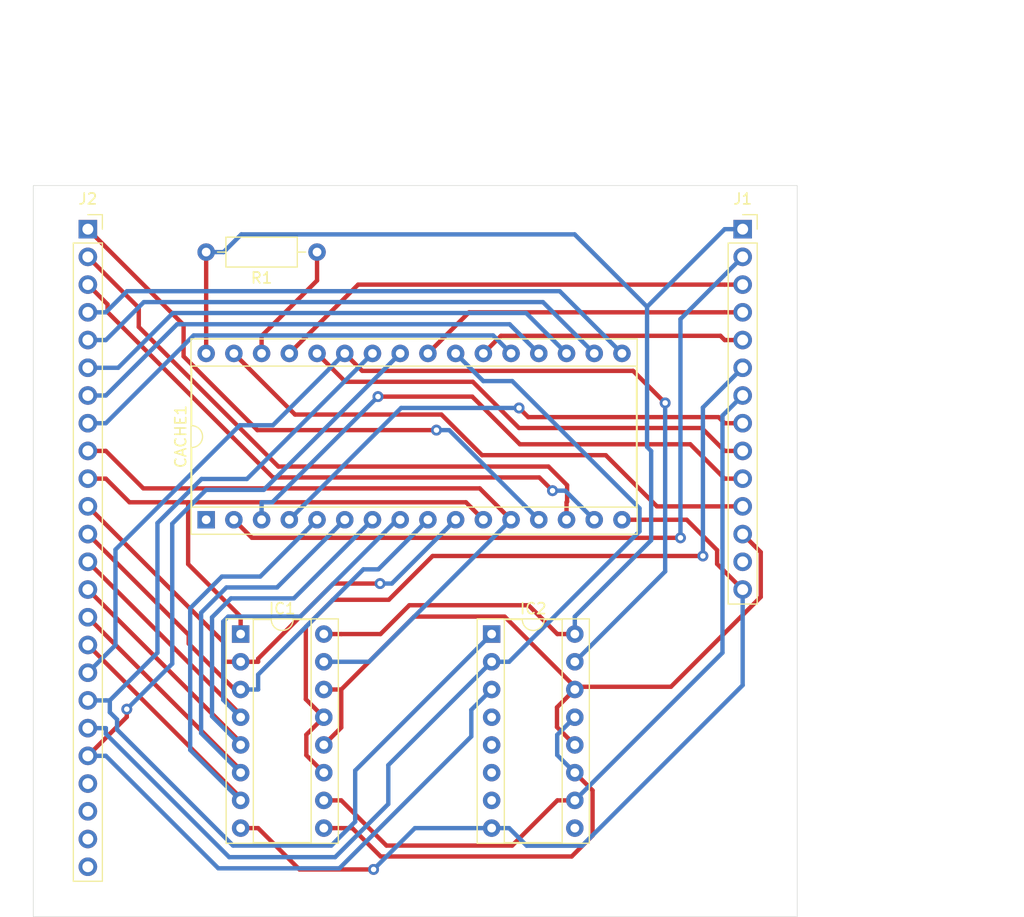
<source format=kicad_pcb>
(kicad_pcb (version 20221018) (generator pcbnew)
  (layers (0 "F.Cu" signal) (31 "B.Cu" signal) (34 "B.Paste" user) (35 "F.Paste" user) (36 "B.SilkS" user "B.Silkscreen") (37 "F.SilkS" user "F.Silkscreen") (38 "B.Mask" user) (39 "F.Mask" user) (44 "Edge.Cuts" user))
  (net 0 "")
  (net 2 "/IOCACHE-128K_ZXspectrum/CACHE_CONTROL.A16")
  (net 3 "/IOCACHE-128K_ZXspectrum/CACHE_SEL_2")
  (net 4 "/IOCACHE-128K_ZXspectrum/CACHE_SEL_0")
  (net 5 "/IOCACHE-128K_ZXspectrum/LOCAL_A7")
  (net 6 "/IOCACHE-128K_ZXspectrum/LOCAL_A6")
  (net 7 "/IOCACHE-128K_ZXspectrum/LOCAL_A5")
  (net 8 "/IOCACHE-128K_ZXspectrum/LOCAL_A4")
  (net 9 "/IOCACHE-128K_ZXspectrum/LOCAL_A3")
  (net 10 "/IOCACHE-128K_ZXspectrum/LOCAL_A2")
  (net 11 "/IOCACHE-128K_ZXspectrum/LOCAL_A1")
  (net 12 "/IOCACHE-128K_ZXspectrum/LOCAL_A0")
  (net 13 "/IOCACHE-128K_ZXspectrum/LOCAL_D0")
  (net 14 "/IOCACHE-128K_ZXspectrum/LOCAL_D1")
  (net 15 "/IOCACHE-128K_ZXspectrum/LOCAL_D2")
  (net 16 "GND")
  (net 17 "/IOCACHE-128K_ZXspectrum/LOCAL_D3")
  (net 18 "/IOCACHE-128K_ZXspectrum/LOCAL_D4")
  (net 19 "/IOCACHE-128K_ZXspectrum/LOCAL_D5")
  (net 20 "/IOCACHE-128K_ZXspectrum/LOCAL_D6")
  (net 21 "/IOCACHE-128K_ZXspectrum/LOCAL_D7")
  (net 22 "/IOCACHE-128K_ZXspectrum/CACHE_CONTROL.CS")
  (net 23 "/IOCACHE-128K_ZXspectrum/LOCAL_A10")
  (net 24 "/IOCACHE-128K_ZXspectrum/CACHE_CONTROL.OE")
  (net 25 "/IOCACHE-128K_ZXspectrum/LOCAL_A11")
  (net 26 "/IOCACHE-128K_ZXspectrum/LOCAL_A9")
  (net 27 "/IOCACHE-128K_ZXspectrum/LOCAL_A8")
  (net 28 "/IOCACHE-128K_ZXspectrum/CACHE_SEL_1")
  (net 29 "/IOCACHE-128K_ZXspectrum/CACHE_CONTROL.WE")
  (net 30 "/IOCACHE-128K_ZXspectrum/CACHE_CE2")
  (net 31 "/IOCACHE-128K_ZXspectrum/CACHE_SEL_3")
  (net 32 "+5V")
  (net 33 "Net-(IC1-~{RCO})")
  (net 34 "/IOCACHE-128K_ZXspectrum/Z80_HARDLOCK")
  (net 35 "/IOCACHE-128K_ZXspectrum/CACHE_CONTROL.DATASTATUS+PERM_Z80_IORQ")
  (net 36 "/IOCACHE-128K_ZXspectrum/CACHE_DATASTATUS")
  (net 43 "/IOCACHE-128K_ZXspectrum/LOCAL_A12")
  (net 44 "/IOCACHE-128K_ZXspectrum/LOCAL_A13")
  (net 45 "/IOCACHE-128K_ZXspectrum/LOCAL_A14")
  (net 46 "/IOCACHE-128K_ZXspectrum/LOCAL_A15")
  (footprint "Connector_PinSocket_2.54mm:PinSocket_1x14_P2.54mm_Vertical" (layer "F.Cu") (at 179 67)
    (fp_text reference "J1" (at 0 -2.77) (layer "F.SilkS"))
    (fp_text value "Conn_01x14_Socket")
    (fp_line (start -1.33 1.27) (end -1.33 34.35) (stroke (width 0.12)) (layer "F.SilkS"))
    (fp_line (start -1.33 1.27) (end 1.33 1.27) (stroke (width 0.12)) (layer "F.SilkS"))
    (fp_line (start -1.33 34.35) (end 1.33 34.35) (stroke (width 0.12)) (layer "F.SilkS"))
    (fp_line (start 0 -1.33) (end 1.33 -1.33) (stroke (width 0.12)) (layer "F.SilkS"))
    (fp_line (start 1.33 -1.33) (end 1.33 0) (stroke (width 0.12)) (layer "F.SilkS"))
    (fp_line (start 1.33 1.27) (end 1.33 34.35) (stroke (width 0.12)) (layer "F.SilkS"))
    (pad "1" thru_hole rect (at 0 0) (size 1.7 1.7) (drill 1) (layers "*.Cu" "*.Mask") (net 32 "+5V"))
    (pad "2" thru_hole oval (at 0 2.54) (size 1.7 1.7) (drill 1) (layers "*.Cu" "*.Mask") (net 2 "/IOCACHE-128K_ZXspectrum/CACHE_CONTROL.A16"))
    (pad "3" thru_hole oval (at 0 5.08) (size 1.7 1.7) (drill 1) (layers "*.Cu" "*.Mask") (net 29 "/IOCACHE-128K_ZXspectrum/CACHE_CONTROL.WE"))
    (pad "4" thru_hole oval (at 0 7.62) (size 1.7 1.7) (drill 1) (layers "*.Cu" "*.Mask") (net 24 "/IOCACHE-128K_ZXspectrum/CACHE_CONTROL.OE"))
    (pad "5" thru_hole oval (at 0 10.16) (size 1.7 1.7) (drill 1) (layers "*.Cu" "*.Mask") (net 22 "/IOCACHE-128K_ZXspectrum/CACHE_CONTROL.CS"))
    (pad "6" thru_hole oval (at 0 12.7) (size 1.7 1.7) (drill 1) (layers "*.Cu" "*.Mask") (net 35 "/IOCACHE-128K_ZXspectrum/CACHE_CONTROL.DATASTATUS+PERM_Z80_IORQ"))
    (pad "7" thru_hole oval (at 0 15.24) (size 1.7 1.7) (drill 1) (layers "*.Cu" "*.Mask") (net 34 "/IOCACHE-128K_ZXspectrum/Z80_HARDLOCK"))
    (pad "8" thru_hole oval (at 0 17.78) (size 1.7 1.7) (drill 1) (layers "*.Cu" "*.Mask") (net 4 "/IOCACHE-128K_ZXspectrum/CACHE_SEL_0"))
    (pad "9" thru_hole oval (at 0 20.32) (size 1.7 1.7) (drill 1) (layers "*.Cu" "*.Mask") (net 28 "/IOCACHE-128K_ZXspectrum/CACHE_SEL_1"))
    (pad "10" thru_hole oval (at 0 22.86) (size 1.7 1.7) (drill 1) (layers "*.Cu" "*.Mask") (net 3 "/IOCACHE-128K_ZXspectrum/CACHE_SEL_2"))
    (pad "11" thru_hole oval (at 0 25.4) (size 1.7 1.7) (drill 1) (layers "*.Cu" "*.Mask") (net 31 "/IOCACHE-128K_ZXspectrum/CACHE_SEL_3"))
    (pad "12" thru_hole oval (at 0 27.94) (size 1.7 1.7) (drill 1) (layers "*.Cu" "*.Mask") (net 36 "/IOCACHE-128K_ZXspectrum/CACHE_DATASTATUS"))
    (pad "13" thru_hole oval (at 0 30.48) (size 1.7 1.7) (drill 1) (layers "*.Cu" "*.Mask"))
    (pad "14" thru_hole oval (at 0 33.02) (size 1.7 1.7) (drill 1) (layers "*.Cu" "*.Mask") (net 16 "GND"))
  )
  (footprint "Package_DIP:DIP-16_W7.62mm_Socket" (layer "F.Cu") (at 133 104.1)
    (fp_text reference "IC1" (at 3.81 -2.33) (layer "F.SilkS"))
    (fp_text value "74HC590N")
    (fp_line (start -1.33 -1.39) (end -1.33 19.17) (stroke (width 0.12)) (layer "F.SilkS"))
    (fp_line (start -1.33 19.17) (end 8.95 19.17) (stroke (width 0.12)) (layer "F.SilkS"))
    (fp_line (start 1.16 -1.33) (end 1.16 19.11) (stroke (width 0.12)) (layer "F.SilkS"))
    (fp_line (start 1.16 19.11) (end 6.46 19.11) (stroke (width 0.12)) (layer "F.SilkS"))
    (fp_line (start 2.81 -1.33) (end 1.16 -1.33) (stroke (width 0.12)) (layer "F.SilkS"))
    (fp_line (start 6.46 -1.33) (end 4.81 -1.33) (stroke (width 0.12)) (layer "F.SilkS"))
    (fp_line (start 6.46 19.11) (end 6.46 -1.33) (stroke (width 0.12)) (layer "F.SilkS"))
    (fp_line (start 8.95 -1.39) (end -1.33 -1.39) (stroke (width 0.12)) (layer "F.SilkS"))
    (fp_line (start 8.95 19.17) (end 8.95 -1.39) (stroke (width 0.12)) (layer "F.SilkS"))
    (fp_arc (start 4.81 -1.33) (mid 3.81 -0.33) (end 2.81 -1.33) (stroke (width 0.12)) (layer "F.SilkS"))
    (pad "1" thru_hole rect (at 0 0) (size 1.6 1.6) (drill 0.8) (layers "*.Cu" "*.Mask") (net 11 "/IOCACHE-128K_ZXspectrum/LOCAL_A1"))
    (pad "2" thru_hole oval (at 0 2.54) (size 1.6 1.6) (drill 0.8) (layers "*.Cu" "*.Mask") (net 10 "/IOCACHE-128K_ZXspectrum/LOCAL_A2"))
    (pad "3" thru_hole oval (at 0 5.08) (size 1.6 1.6) (drill 0.8) (layers "*.Cu" "*.Mask") (net 9 "/IOCACHE-128K_ZXspectrum/LOCAL_A3"))
    (pad "4" thru_hole oval (at 0 7.62) (size 1.6 1.6) (drill 0.8) (layers "*.Cu" "*.Mask") (net 8 "/IOCACHE-128K_ZXspectrum/LOCAL_A4"))
    (pad "5" thru_hole oval (at 0 10.16) (size 1.6 1.6) (drill 0.8) (layers "*.Cu" "*.Mask") (net 7 "/IOCACHE-128K_ZXspectrum/LOCAL_A5"))
    (pad "6" thru_hole oval (at 0 12.7) (size 1.6 1.6) (drill 0.8) (layers "*.Cu" "*.Mask") (net 6 "/IOCACHE-128K_ZXspectrum/LOCAL_A6"))
    (pad "7" thru_hole oval (at 0 15.24) (size 1.6 1.6) (drill 0.8) (layers "*.Cu" "*.Mask") (net 5 "/IOCACHE-128K_ZXspectrum/LOCAL_A7"))
    (pad "8" thru_hole oval (at 0 17.78) (size 1.6 1.6) (drill 0.8) (layers "*.Cu" "*.Mask") (net 16 "GND"))
    (pad "9" thru_hole oval (at 7.62 17.78) (size 1.6 1.6) (drill 0.8) (layers "*.Cu" "*.Mask") (net 33 "Net-(IC1-~{RCO})"))
    (pad "10" thru_hole oval (at 7.62 15.24) (size 1.6 1.6) (drill 0.8) (layers "*.Cu" "*.Mask") (net 34 "/IOCACHE-128K_ZXspectrum/Z80_HARDLOCK"))
    (pad "11" thru_hole oval (at 7.62 12.7) (size 1.6 1.6) (drill 0.8) (layers "*.Cu" "*.Mask") (net 35 "/IOCACHE-128K_ZXspectrum/CACHE_CONTROL.DATASTATUS+PERM_Z80_IORQ"))
    (pad "12" thru_hole oval (at 7.62 10.16) (size 1.6 1.6) (drill 0.8) (layers "*.Cu" "*.Mask") (net 36 "/IOCACHE-128K_ZXspectrum/CACHE_DATASTATUS"))
    (pad "13" thru_hole oval (at 7.62 7.62) (size 1.6 1.6) (drill 0.8) (layers "*.Cu" "*.Mask") (net 35 "/IOCACHE-128K_ZXspectrum/CACHE_CONTROL.DATASTATUS+PERM_Z80_IORQ"))
    (pad "14" thru_hole oval (at 7.62 5.08) (size 1.6 1.6) (drill 0.8) (layers "*.Cu" "*.Mask") (net 36 "/IOCACHE-128K_ZXspectrum/CACHE_DATASTATUS"))
    (pad "15" thru_hole oval (at 7.62 2.54) (size 1.6 1.6) (drill 0.8) (layers "*.Cu" "*.Mask") (net 12 "/IOCACHE-128K_ZXspectrum/LOCAL_A0"))
    (pad "16" thru_hole oval (at 7.62 0) (size 1.6 1.6) (drill 0.8) (layers "*.Cu" "*.Mask") (net 32 "+5V"))
  )
  (footprint "Connector_PinSocket_2.54mm:PinSocket_1x24_P2.54mm_Vertical" (layer "F.Cu") (at 119 67)
    (fp_text reference "J2" (at 0 -2.77) (layer "F.SilkS"))
    (fp_text value "Conn_01x24_Socket")
    (fp_line (start -1.33 1.27) (end -1.33 59.75) (stroke (width 0.12)) (layer "F.SilkS"))
    (fp_line (start -1.33 1.27) (end 1.33 1.27) (stroke (width 0.12)) (layer "F.SilkS"))
    (fp_line (start -1.33 59.75) (end 1.33 59.75) (stroke (width 0.12)) (layer "F.SilkS"))
    (fp_line (start 0 -1.33) (end 1.33 -1.33) (stroke (width 0.12)) (layer "F.SilkS"))
    (fp_line (start 1.33 -1.33) (end 1.33 0) (stroke (width 0.12)) (layer "F.SilkS"))
    (fp_line (start 1.33 1.27) (end 1.33 59.75) (stroke (width 0.12)) (layer "F.SilkS"))
    (pad "1" thru_hole rect (at 0 0) (size 1.7 1.7) (drill 1) (layers "*.Cu" "*.Mask") (net 13 "/IOCACHE-128K_ZXspectrum/LOCAL_D0"))
    (pad "2" thru_hole oval (at 0 2.54) (size 1.7 1.7) (drill 1) (layers "*.Cu" "*.Mask") (net 14 "/IOCACHE-128K_ZXspectrum/LOCAL_D1"))
    (pad "3" thru_hole oval (at 0 5.08) (size 1.7 1.7) (drill 1) (layers "*.Cu" "*.Mask") (net 15 "/IOCACHE-128K_ZXspectrum/LOCAL_D2"))
    (pad "4" thru_hole oval (at 0 7.62) (size 1.7 1.7) (drill 1) (layers "*.Cu" "*.Mask") (net 17 "/IOCACHE-128K_ZXspectrum/LOCAL_D3"))
    (pad "5" thru_hole oval (at 0 10.16) (size 1.7 1.7) (drill 1) (layers "*.Cu" "*.Mask") (net 18 "/IOCACHE-128K_ZXspectrum/LOCAL_D4"))
    (pad "6" thru_hole oval (at 0 12.7) (size 1.7 1.7) (drill 1) (layers "*.Cu" "*.Mask") (net 19 "/IOCACHE-128K_ZXspectrum/LOCAL_D5"))
    (pad "7" thru_hole oval (at 0 15.24) (size 1.7 1.7) (drill 1) (layers "*.Cu" "*.Mask") (net 20 "/IOCACHE-128K_ZXspectrum/LOCAL_D6"))
    (pad "8" thru_hole oval (at 0 17.78) (size 1.7 1.7) (drill 1) (layers "*.Cu" "*.Mask") (net 21 "/IOCACHE-128K_ZXspectrum/LOCAL_D7"))
    (pad "9" thru_hole oval (at 0 20.32) (size 1.7 1.7) (drill 1) (layers "*.Cu" "*.Mask") (net 12 "/IOCACHE-128K_ZXspectrum/LOCAL_A0"))
    (pad "10" thru_hole oval (at 0 22.86) (size 1.7 1.7) (drill 1) (layers "*.Cu" "*.Mask") (net 11 "/IOCACHE-128K_ZXspectrum/LOCAL_A1"))
    (pad "11" thru_hole oval (at 0 25.4) (size 1.7 1.7) (drill 1) (layers "*.Cu" "*.Mask") (net 10 "/IOCACHE-128K_ZXspectrum/LOCAL_A2"))
    (pad "12" thru_hole oval (at 0 27.94) (size 1.7 1.7) (drill 1) (layers "*.Cu" "*.Mask") (net 9 "/IOCACHE-128K_ZXspectrum/LOCAL_A3"))
    (pad "13" thru_hole oval (at 0 30.48) (size 1.7 1.7) (drill 1) (layers "*.Cu" "*.Mask") (net 8 "/IOCACHE-128K_ZXspectrum/LOCAL_A4"))
    (pad "14" thru_hole oval (at 0 33.02) (size 1.7 1.7) (drill 1) (layers "*.Cu" "*.Mask") (net 7 "/IOCACHE-128K_ZXspectrum/LOCAL_A5"))
    (pad "15" thru_hole oval (at 0 35.56) (size 1.7 1.7) (drill 1) (layers "*.Cu" "*.Mask") (net 6 "/IOCACHE-128K_ZXspectrum/LOCAL_A6"))
    (pad "16" thru_hole oval (at 0 38.1) (size 1.7 1.7) (drill 1) (layers "*.Cu" "*.Mask") (net 5 "/IOCACHE-128K_ZXspectrum/LOCAL_A7"))
    (pad "17" thru_hole oval (at 0 40.64) (size 1.7 1.7) (drill 1) (layers "*.Cu" "*.Mask") (net 27 "/IOCACHE-128K_ZXspectrum/LOCAL_A8"))
    (pad "18" thru_hole oval (at 0 43.18) (size 1.7 1.7) (drill 1) (layers "*.Cu" "*.Mask") (net 26 "/IOCACHE-128K_ZXspectrum/LOCAL_A9"))
    (pad "19" thru_hole oval (at 0 45.72) (size 1.7 1.7) (drill 1) (layers "*.Cu" "*.Mask") (net 23 "/IOCACHE-128K_ZXspectrum/LOCAL_A10"))
    (pad "20" thru_hole oval (at 0 48.26) (size 1.7 1.7) (drill 1) (layers "*.Cu" "*.Mask") (net 25 "/IOCACHE-128K_ZXspectrum/LOCAL_A11"))
    (pad "21" thru_hole oval (at 0 50.8) (size 1.7 1.7) (drill 1) (layers "*.Cu" "*.Mask") (net 43 "/IOCACHE-128K_ZXspectrum/LOCAL_A12"))
    (pad "22" thru_hole oval (at 0 53.34) (size 1.7 1.7) (drill 1) (layers "*.Cu" "*.Mask") (net 44 "/IOCACHE-128K_ZXspectrum/LOCAL_A13"))
    (pad "23" thru_hole oval (at 0 55.88) (size 1.7 1.7) (drill 1) (layers "*.Cu" "*.Mask") (net 45 "/IOCACHE-128K_ZXspectrum/LOCAL_A14"))
    (pad "24" thru_hole oval (at 0 58.42) (size 1.7 1.7) (drill 1) (layers "*.Cu" "*.Mask") (net 46 "/IOCACHE-128K_ZXspectrum/LOCAL_A15"))
  )
  (footprint "Package_DIP:DIP-16_W7.62mm_Socket" (layer "F.Cu") (at 156 104.1)
    (fp_text reference "IC2" (at 3.81 -2.33) (layer "F.SilkS"))
    (fp_text value "74HC590N")
    (fp_line (start -1.33 -1.39) (end -1.33 19.17) (stroke (width 0.12)) (layer "F.SilkS"))
    (fp_line (start -1.33 19.17) (end 8.95 19.17) (stroke (width 0.12)) (layer "F.SilkS"))
    (fp_line (start 1.16 -1.33) (end 1.16 19.11) (stroke (width 0.12)) (layer "F.SilkS"))
    (fp_line (start 1.16 19.11) (end 6.46 19.11) (stroke (width 0.12)) (layer "F.SilkS"))
    (fp_line (start 2.81 -1.33) (end 1.16 -1.33) (stroke (width 0.12)) (layer "F.SilkS"))
    (fp_line (start 6.46 -1.33) (end 4.81 -1.33) (stroke (width 0.12)) (layer "F.SilkS"))
    (fp_line (start 6.46 19.11) (end 6.46 -1.33) (stroke (width 0.12)) (layer "F.SilkS"))
    (fp_line (start 8.95 -1.39) (end -1.33 -1.39) (stroke (width 0.12)) (layer "F.SilkS"))
    (fp_line (start 8.95 19.17) (end 8.95 -1.39) (stroke (width 0.12)) (layer "F.SilkS"))
    (fp_arc (start 4.81 -1.33) (mid 3.81 -0.33) (end 2.81 -1.33) (stroke (width 0.12)) (layer "F.SilkS"))
    (pad "1" thru_hole rect (at 0 0) (size 1.6 1.6) (drill 0.8) (layers "*.Cu" "*.Mask") (net 26 "/IOCACHE-128K_ZXspectrum/LOCAL_A9"))
    (pad "2" thru_hole oval (at 0 2.54) (size 1.6 1.6) (drill 0.8) (layers "*.Cu" "*.Mask") (net 23 "/IOCACHE-128K_ZXspectrum/LOCAL_A10"))
    (pad "3" thru_hole oval (at 0 5.08) (size 1.6 1.6) (drill 0.8) (layers "*.Cu" "*.Mask") (net 25 "/IOCACHE-128K_ZXspectrum/LOCAL_A11"))
    (pad "4" thru_hole oval (at 0 7.62) (size 1.6 1.6) (drill 0.8) (layers "*.Cu" "*.Mask"))
    (pad "5" thru_hole oval (at 0 10.16) (size 1.6 1.6) (drill 0.8) (layers "*.Cu" "*.Mask"))
    (pad "6" thru_hole oval (at 0 12.7) (size 1.6 1.6) (drill 0.8) (layers "*.Cu" "*.Mask"))
    (pad "7" thru_hole oval (at 0 15.24) (size 1.6 1.6) (drill 0.8) (layers "*.Cu" "*.Mask"))
    (pad "8" thru_hole oval (at 0 17.78) (size 1.6 1.6) (drill 0.8) (layers "*.Cu" "*.Mask") (net 16 "GND"))
    (pad "9" thru_hole oval (at 7.62 17.78) (size 1.6 1.6) (drill 0.8) (layers "*.Cu" "*.Mask"))
    (pad "10" thru_hole oval (at 7.62 15.24) (size 1.6 1.6) (drill 0.8) (layers "*.Cu" "*.Mask") (net 34 "/IOCACHE-128K_ZXspectrum/Z80_HARDLOCK"))
    (pad "11" thru_hole oval (at 7.62 12.7) (size 1.6 1.6) (drill 0.8) (layers "*.Cu" "*.Mask") (net 33 "Net-(IC1-~{RCO})"))
    (pad "12" thru_hole oval (at 7.62 10.16) (size 1.6 1.6) (drill 0.8) (layers "*.Cu" "*.Mask") (net 36 "/IOCACHE-128K_ZXspectrum/CACHE_DATASTATUS"))
    (pad "13" thru_hole oval (at 7.62 7.62) (size 1.6 1.6) (drill 0.8) (layers "*.Cu" "*.Mask") (net 33 "Net-(IC1-~{RCO})"))
    (pad "14" thru_hole oval (at 7.62 5.08) (size 1.6 1.6) (drill 0.8) (layers "*.Cu" "*.Mask") (net 36 "/IOCACHE-128K_ZXspectrum/CACHE_DATASTATUS"))
    (pad "15" thru_hole oval (at 7.62 2.54) (size 1.6 1.6) (drill 0.8) (layers "*.Cu" "*.Mask") (net 27 "/IOCACHE-128K_ZXspectrum/LOCAL_A8"))
    (pad "16" thru_hole oval (at 7.62 0) (size 1.6 1.6) (drill 0.8) (layers "*.Cu" "*.Mask") (net 32 "+5V"))
  )
  (footprint "Package_DIP:DIP-32_W15.24mm_Socket" (layer "F.Cu") (at 129.84 93.625 90)
    (fp_text reference "CACHE1" (at 7.62 -2.33 90) (layer "F.SilkS"))
    (fp_text value "AS6C1008-55PCN")
    (fp_line (start -1.33 -1.39) (end -1.33 39.49) (stroke (width 0.12)) (layer "F.SilkS"))
    (fp_line (start -1.33 39.49) (end 16.57 39.49) (stroke (width 0.12)) (layer "F.SilkS"))
    (fp_line (start 1.16 -1.33) (end 1.16 39.43) (stroke (width 0.12)) (layer "F.SilkS"))
    (fp_line (start 1.16 39.43) (end 14.08 39.43) (stroke (width 0.12)) (layer "F.SilkS"))
    (fp_line (start 6.62 -1.33) (end 1.16 -1.33) (stroke (width 0.12)) (layer "F.SilkS"))
    (fp_line (start 14.08 -1.33) (end 8.62 -1.33) (stroke (width 0.12)) (layer "F.SilkS"))
    (fp_line (start 14.08 39.43) (end 14.08 -1.33) (stroke (width 0.12)) (layer "F.SilkS"))
    (fp_line (start 16.57 -1.39) (end -1.33 -1.39) (stroke (width 0.12)) (layer "F.SilkS"))
    (fp_line (start 16.57 39.49) (end 16.57 -1.39) (stroke (width 0.12)) (layer "F.SilkS"))
    (fp_arc (start 8.62 -1.33) (mid 7.62 -0.33) (end 6.62 -1.33) (stroke (width 0.12)) (layer "F.SilkS"))
    (pad "1" thru_hole rect (at 0 0 90) (size 1.6 1.6) (drill 0.8) (layers "*.Cu" "*.Mask"))
    (pad "2" thru_hole oval (at 0 2.54 90) (size 1.6 1.6) (drill 0.8) (layers "*.Cu" "*.Mask") (net 2 "/IOCACHE-128K_ZXspectrum/CACHE_CONTROL.A16"))
    (pad "3" thru_hole oval (at 0 5.08 90) (size 1.6 1.6) (drill 0.8) (layers "*.Cu" "*.Mask") (net 3 "/IOCACHE-128K_ZXspectrum/CACHE_SEL_2"))
    (pad "4" thru_hole oval (at 0 7.62 90) (size 1.6 1.6) (drill 0.8) (layers "*.Cu" "*.Mask") (net 4 "/IOCACHE-128K_ZXspectrum/CACHE_SEL_0"))
    (pad "5" thru_hole oval (at 0 10.16 90) (size 1.6 1.6) (drill 0.8) (layers "*.Cu" "*.Mask") (net 5 "/IOCACHE-128K_ZXspectrum/LOCAL_A7"))
    (pad "6" thru_hole oval (at 0 12.7 90) (size 1.6 1.6) (drill 0.8) (layers "*.Cu" "*.Mask") (net 6 "/IOCACHE-128K_ZXspectrum/LOCAL_A6"))
    (pad "7" thru_hole oval (at 0 15.24 90) (size 1.6 1.6) (drill 0.8) (layers "*.Cu" "*.Mask") (net 7 "/IOCACHE-128K_ZXspectrum/LOCAL_A5"))
    (pad "8" thru_hole oval (at 0 17.78 90) (size 1.6 1.6) (drill 0.8) (layers "*.Cu" "*.Mask") (net 8 "/IOCACHE-128K_ZXspectrum/LOCAL_A4"))
    (pad "9" thru_hole oval (at 0 20.32 90) (size 1.6 1.6) (drill 0.8) (layers "*.Cu" "*.Mask") (net 9 "/IOCACHE-128K_ZXspectrum/LOCAL_A3"))
    (pad "10" thru_hole oval (at 0 22.86 90) (size 1.6 1.6) (drill 0.8) (layers "*.Cu" "*.Mask") (net 10 "/IOCACHE-128K_ZXspectrum/LOCAL_A2"))
    (pad "11" thru_hole oval (at 0 25.4 90) (size 1.6 1.6) (drill 0.8) (layers "*.Cu" "*.Mask") (net 11 "/IOCACHE-128K_ZXspectrum/LOCAL_A1"))
    (pad "12" thru_hole oval (at 0 27.94 90) (size 1.6 1.6) (drill 0.8) (layers "*.Cu" "*.Mask") (net 12 "/IOCACHE-128K_ZXspectrum/LOCAL_A0"))
    (pad "13" thru_hole oval (at 0 30.48 90) (size 1.6 1.6) (drill 0.8) (layers "*.Cu" "*.Mask") (net 13 "/IOCACHE-128K_ZXspectrum/LOCAL_D0"))
    (pad "14" thru_hole oval (at 0 33.02 90) (size 1.6 1.6) (drill 0.8) (layers "*.Cu" "*.Mask") (net 14 "/IOCACHE-128K_ZXspectrum/LOCAL_D1"))
    (pad "15" thru_hole oval (at 0 35.56 90) (size 1.6 1.6) (drill 0.8) (layers "*.Cu" "*.Mask") (net 15 "/IOCACHE-128K_ZXspectrum/LOCAL_D2"))
    (pad "16" thru_hole oval (at 0 38.1 90) (size 1.6 1.6) (drill 0.8) (layers "*.Cu" "*.Mask") (net 16 "GND"))
    (pad "17" thru_hole oval (at 15.24 38.1 90) (size 1.6 1.6) (drill 0.8) (layers "*.Cu" "*.Mask") (net 17 "/IOCACHE-128K_ZXspectrum/LOCAL_D3"))
    (pad "18" thru_hole oval (at 15.24 35.56 90) (size 1.6 1.6) (drill 0.8) (layers "*.Cu" "*.Mask") (net 18 "/IOCACHE-128K_ZXspectrum/LOCAL_D4"))
    (pad "19" thru_hole oval (at 15.24 33.02 90) (size 1.6 1.6) (drill 0.8) (layers "*.Cu" "*.Mask") (net 19 "/IOCACHE-128K_ZXspectrum/LOCAL_D5"))
    (pad "20" thru_hole oval (at 15.24 30.48 90) (size 1.6 1.6) (drill 0.8) (layers "*.Cu" "*.Mask") (net 20 "/IOCACHE-128K_ZXspectrum/LOCAL_D6"))
    (pad "21" thru_hole oval (at 15.24 27.94 90) (size 1.6 1.6) (drill 0.8) (layers "*.Cu" "*.Mask") (net 21 "/IOCACHE-128K_ZXspectrum/LOCAL_D7"))
    (pad "22" thru_hole oval (at 15.24 25.4 90) (size 1.6 1.6) (drill 0.8) (layers "*.Cu" "*.Mask") (net 22 "/IOCACHE-128K_ZXspectrum/CACHE_CONTROL.CS"))
    (pad "23" thru_hole oval (at 15.24 22.86 90) (size 1.6 1.6) (drill 0.8) (layers "*.Cu" "*.Mask") (net 23 "/IOCACHE-128K_ZXspectrum/LOCAL_A10"))
    (pad "24" thru_hole oval (at 15.24 20.32 90) (size 1.6 1.6) (drill 0.8) (layers "*.Cu" "*.Mask") (net 24 "/IOCACHE-128K_ZXspectrum/CACHE_CONTROL.OE"))
    (pad "25" thru_hole oval (at 15.24 17.78 90) (size 1.6 1.6) (drill 0.8) (layers "*.Cu" "*.Mask") (net 25 "/IOCACHE-128K_ZXspectrum/LOCAL_A11"))
    (pad "26" thru_hole oval (at 15.24 15.24 90) (size 1.6 1.6) (drill 0.8) (layers "*.Cu" "*.Mask") (net 26 "/IOCACHE-128K_ZXspectrum/LOCAL_A9"))
    (pad "27" thru_hole oval (at 15.24 12.7 90) (size 1.6 1.6) (drill 0.8) (layers "*.Cu" "*.Mask") (net 27 "/IOCACHE-128K_ZXspectrum/LOCAL_A8"))
    (pad "28" thru_hole oval (at 15.24 10.16 90) (size 1.6 1.6) (drill 0.8) (layers "*.Cu" "*.Mask") (net 28 "/IOCACHE-128K_ZXspectrum/CACHE_SEL_1"))
    (pad "29" thru_hole oval (at 15.24 7.62 90) (size 1.6 1.6) (drill 0.8) (layers "*.Cu" "*.Mask") (net 29 "/IOCACHE-128K_ZXspectrum/CACHE_CONTROL.WE"))
    (pad "30" thru_hole oval (at 15.24 5.08 90) (size 1.6 1.6) (drill 0.8) (layers "*.Cu" "*.Mask") (net 30 "/IOCACHE-128K_ZXspectrum/CACHE_CE2"))
    (pad "31" thru_hole oval (at 15.24 2.54 90) (size 1.6 1.6) (drill 0.8) (layers "*.Cu" "*.Mask") (net 31 "/IOCACHE-128K_ZXspectrum/CACHE_SEL_3"))
    (pad "32" thru_hole oval (at 15.24 0 90) (size 1.6 1.6) (drill 0.8) (layers "*.Cu" "*.Mask") (net 32 "+5V"))
  )
  (footprint "Resistor_THT:R_Axial_DIN0207_L6.3mm_D2.5mm_P10.16mm_Horizontal" (layer "F.Cu") (at 140 69.1 180)
    (fp_text reference "R1" (at 5.08 -2.37) (layer "F.SilkS"))
    (fp_text value "10K")
    (fp_line (start 1.04 0) (end 1.81 0) (stroke (width 0.12)) (layer "F.SilkS"))
    (fp_line (start 1.81 -1.37) (end 1.81 1.37) (stroke (width 0.12)) (layer "F.SilkS"))
    (fp_line (start 1.81 1.37) (end 8.35 1.37) (stroke (width 0.12)) (layer "F.SilkS"))
    (fp_line (start 8.35 -1.37) (end 1.81 -1.37) (stroke (width 0.12)) (layer "F.SilkS"))
    (fp_line (start 8.35 1.37) (end 8.35 -1.37) (stroke (width 0.12)) (layer "F.SilkS"))
    (fp_line (start 9.12 0) (end 8.35 0) (stroke (width 0.12)) (layer "F.SilkS"))
    (pad "1" thru_hole circle (at 0 0 180) (size 1.6 1.6) (drill 0.8) (layers "*.Cu" "*.Mask") (net 30 "/IOCACHE-128K_ZXspectrum/CACHE_CE2"))
    (pad "2" thru_hole oval (at 10.16 0 180) (size 1.6 1.6) (drill 0.8) (layers "*.Cu" "*.Mask") (net 32 "+5V"))
  )
  (gr_rect (start 114 63) (end 184 130) (stroke (width 0.05)) (fill none) (layer "Edge.Cuts"))
  (segment (start 134.0361 95.2811) (end 173.3003 95.2811) (width 0.4) (layer "F.Cu") (net 2))
  (segment (start 132.38 93.625) (end 134.0361 95.2811) (width 0.4) (layer "F.Cu") (net 2))
  (via (at 173.3003 95.2811) (size 1) (drill 0.5) (layers "F.Cu" "B.Cu") (net 2))
  (segment (start 173.3003 95.2811) (end 173.3003 75.2397) (width 0.4) (layer "B.Cu") (net 2))
  (segment (start 173.3003 75.2397) (end 179 69.54) (width 0.4) (layer "B.Cu") (net 2))
  (segment (start 158.5847 86.7095) (end 174.1994 86.7095) (width 0.4) (layer "F.Cu") (net 3))
  (segment (start 179 89.86) (end 177.3499 89.86) (width 0.4) (layer "F.Cu") (net 3))
  (segment (start 174.1994 86.7095) (end 177.3499 89.86) (width 0.4) (layer "F.Cu") (net 3))
  (segment (start 145.5853 82.3422) (end 154.2174 82.3422) (width 0.4) (layer "F.Cu") (net 3))
  (segment (start 154.2174 82.3422) (end 158.5847 86.7095) (width 0.4) (layer "F.Cu") (net 3))
  (via (at 145.5853 82.3422) (size 1) (drill 0.5) (layers "F.Cu" "B.Cu") (net 3))
  (segment (start 135.9026 92.0249) (end 134.92 92.0249) (width 0.4) (layer "B.Cu") (net 3))
  (segment (start 145.5853 82.3422) (end 135.9026 92.0249) (width 0.4) (layer "B.Cu") (net 3))
  (segment (start 134.92 93.625) (end 134.92 92.0249) (width 0.4) (layer "B.Cu") (net 3))
  (segment (start 158.5111 83.383) (end 159.349 84.2209) (width 0.4) (layer "F.Cu") (net 4))
  (segment (start 176.7908 84.2209) (end 177.3499 84.78) (width 0.4) (layer "F.Cu") (net 4))
  (segment (start 179 84.78) (end 177.3499 84.78) (width 0.4) (layer "F.Cu") (net 4))
  (segment (start 159.349 84.2209) (end 176.7908 84.2209) (width 0.4) (layer "F.Cu") (net 4))
  (via (at 158.5111 83.383) (size 1) (drill 0.5) (layers "F.Cu" "B.Cu") (net 4))
  (segment (start 137.46 93.625) (end 147.702 83.383) (width 0.4) (layer "B.Cu") (net 4))
  (segment (start 147.702 83.383) (end 158.5111 83.383) (width 0.4) (layer "B.Cu") (net 4))
  (segment (start 133 119.34) (end 133 119.1) (width 0.4) (layer "F.Cu") (net 5))
  (segment (start 133 119.1) (end 119 105.1) (width 0.4) (layer "F.Cu") (net 5))
  (segment (start 128.3771 114.7171) (end 133 119.34) (width 0.4) (layer "B.Cu") (net 5))
  (segment (start 134.7952 98.8298) (end 131.2828 98.8298) (width 0.4) (layer "B.Cu") (net 5))
  (segment (start 128.3771 101.7355) (end 128.3771 114.7171) (width 0.4) (layer "B.Cu") (net 5))
  (segment (start 131.2828 98.8298) (end 128.3771 101.7355) (width 0.4) (layer "B.Cu") (net 5))
  (segment (start 140 93.625) (end 134.7952 98.8298) (width 0.4) (layer "B.Cu") (net 5))
  (segment (start 133 116.56) (end 119 102.56) (width 0.4) (layer "F.Cu") (net 6))
  (segment (start 133 116.8) (end 133 116.56) (width 0.4) (layer "F.Cu") (net 6))
  (segment (start 129.3772 113.1772) (end 133 116.8) (width 0.4) (layer "B.Cu") (net 6))
  (segment (start 142.54 93.625) (end 136.3351 99.8299) (width 0.4) (layer "B.Cu") (net 6))
  (segment (start 136.3351 99.8299) (end 131.697 99.8299) (width 0.4) (layer "B.Cu") (net 6))
  (segment (start 129.3772 102.1497) (end 129.3772 113.1772) (width 0.4) (layer "B.Cu") (net 6))
  (segment (start 131.697 99.8299) (end 129.3772 102.1497) (width 0.4) (layer "B.Cu") (net 6))
  (segment (start 133 114.26) (end 133 114.02) (width 0.4) (layer "F.Cu") (net 7))
  (segment (start 133 114.02) (end 119 100.02) (width 0.4) (layer "F.Cu") (net 7))
  (segment (start 137.875 100.83) (end 132.1112 100.83) (width 0.4) (layer "B.Cu") (net 7))
  (segment (start 145.08 93.625) (end 137.875 100.83) (width 0.4) (layer "B.Cu") (net 7))
  (segment (start 132.1112 100.83) (end 130.3773 102.5639) (width 0.4) (layer "B.Cu") (net 7))
  (segment (start 130.3773 102.5639) (end 130.3773 111.6373) (width 0.4) (layer "B.Cu") (net 7))
  (segment (start 130.3773 111.6373) (end 133 114.26) (width 0.4) (layer "B.Cu") (net 7))
  (segment (start 133 111.48) (end 119 97.48) (width 0.4) (layer "F.Cu") (net 8))
  (segment (start 133 111.72) (end 133 111.48) (width 0.4) (layer "F.Cu") (net 8))
  (segment (start 131.3998 102.9559) (end 131.8559 102.4998) (width 0.4) (layer "B.Cu") (net 8))
  (segment (start 138.4683 102.4998) (end 147.3431 93.625) (width 0.4) (layer "B.Cu") (net 8))
  (segment (start 131.3998 110.1198) (end 131.3998 102.9559) (width 0.4) (layer "B.Cu") (net 8))
  (segment (start 131.8559 102.4998) (end 138.4683 102.4998) (width 0.4) (layer "B.Cu") (net 8))
  (segment (start 133 111.72) (end 131.3998 110.1198) (width 0.4) (layer "B.Cu") (net 8))
  (segment (start 147.3431 93.625) (end 147.62 93.625) (width 0.4) (layer "B.Cu") (net 8))
  (segment (start 128.2398 104.1798) (end 119 94.94) (width 0.4) (layer "F.Cu") (net 9))
  (segment (start 132.4466 109.18) (end 128.2398 104.9732) (width 0.4) (layer "F.Cu") (net 9))
  (segment (start 128.2398 104.9732) (end 128.2398 104.1798) (width 0.4) (layer "F.Cu") (net 9))
  (segment (start 133 109.18) (end 132.4466 109.18) (width 0.4) (layer "F.Cu") (net 9))
  (segment (start 144.2425 98.1718) (end 134.6001 107.8142) (width 0.4) (layer "B.Cu") (net 9))
  (segment (start 133 109.18) (end 134.6001 109.18) (width 0.4) (layer "B.Cu") (net 9))
  (segment (start 134.6001 107.8142) (end 134.6001 109.18) (width 0.4) (layer "B.Cu") (net 9))
  (segment (start 150.16 93.625) (end 145.6132 98.1718) (width 0.4) (layer "B.Cu") (net 9))
  (segment (start 145.6132 98.1718) (end 144.2425 98.1718) (width 0.4) (layer "B.Cu") (net 9))
  (segment (start 134.6001 106.3625) (end 134.6001 106.64) (width 0.4) (layer "F.Cu") (net 10))
  (segment (start 141.4907 99.4719) (end 134.6001 106.3625) (width 0.4) (layer "F.Cu") (net 10))
  (segment (start 133 106.64) (end 131.3999 106.64) (width 0.4) (layer "F.Cu") (net 10))
  (segment (start 133 106.64) (end 134.6001 106.64) (width 0.4) (layer "F.Cu") (net 10))
  (segment (start 145.775 99.4719) (end 141.4907 99.4719) (width 0.4) (layer "F.Cu") (net 10))
  (segment (start 131.3999 106.64) (end 131.3999 104.7999) (width 0.4) (layer "F.Cu") (net 10))
  (segment (start 131.3999 104.7999) (end 119 92.4) (width 0.4) (layer "F.Cu") (net 10))
  (via (at 145.775 99.4719) (size 1) (drill 0.5) (layers "F.Cu" "B.Cu") (net 10))
  (segment (start 152.7 93.625) (end 146.8531 99.4719) (width 0.4) (layer "B.Cu") (net 10))
  (segment (start 146.8531 99.4719) (end 145.775 99.4719) (width 0.4) (layer "B.Cu") (net 10))
  (segment (start 128.1878 97.6877) (end 128.1878 92.0248) (width 0.4) (layer "F.Cu") (net 11))
  (segment (start 155.24 93.625) (end 153.6398 92.0248) (width 0.4) (layer "F.Cu") (net 11))
  (segment (start 133 104.1) (end 133 102.4999) (width 0.4) (layer "F.Cu") (net 11))
  (segment (start 122.8149 92.0248) (end 120.6501 89.86) (width 0.4) (layer "F.Cu") (net 11))
  (segment (start 133 102.4999) (end 128.1878 97.6877) (width 0.4) (layer "F.Cu") (net 11))
  (segment (start 119 89.86) (end 120.6501 89.86) (width 0.4) (layer "F.Cu") (net 11))
  (segment (start 153.6398 92.0248) (end 128.1878 92.0248) (width 0.4) (layer "F.Cu") (net 11))
  (segment (start 128.1878 92.0248) (end 122.8149 92.0248) (width 0.4) (layer "F.Cu") (net 11))
  (segment (start 124.0813 90.7512) (end 120.6501 87.32) (width 0.4) (layer "F.Cu") (net 12))
  (segment (start 119 87.32) (end 120.6501 87.32) (width 0.4) (layer "F.Cu") (net 12))
  (segment (start 157.78 93.625) (end 154.9062 90.7512) (width 0.4) (layer "F.Cu") (net 12))
  (segment (start 154.9062 90.7512) (end 124.0813 90.7512) (width 0.4) (layer "F.Cu") (net 12))
  (segment (start 144.765 106.64) (end 140.62 106.64) (width 0.4) (layer "B.Cu") (net 12))
  (segment (start 157.78 93.625) (end 144.765 106.64) (width 0.4) (layer "B.Cu") (net 12))
  (segment (start 119 67) (end 127.7732 75.7732) (width 0.4) (layer "F.Cu") (net 13))
  (segment (start 127.7732 78.6543) (end 134.532 85.4131) (width 0.4) (layer "F.Cu") (net 13))
  (segment (start 127.7732 75.7732) (end 127.7732 78.6543) (width 0.4) (layer "F.Cu") (net 13))
  (segment (start 134.532 85.4131) (end 150.9394 85.4131) (width 0.4) (layer "F.Cu") (net 13))
  (via (at 150.9394 85.4131) (size 1) (drill 0.5) (layers "F.Cu" "B.Cu") (net 13))
  (segment (start 152.1081 85.4131) (end 150.9394 85.4131) (width 0.4) (layer "B.Cu") (net 13))
  (segment (start 160.32 93.625) (end 152.1081 85.4131) (width 0.4) (layer "B.Cu") (net 13))
  (segment (start 123.6654 75.961) (end 136.4554 88.751) (width 0.4) (layer "F.Cu") (net 14))
  (segment (start 162.9122 90.4576) (end 162.9122 91.9727) (width 0.4) (layer "F.Cu") (net 14))
  (segment (start 136.4554 88.751) (end 161.2056 88.751) (width 0.4) (layer "F.Cu") (net 14))
  (segment (start 162.86 93.625) (end 162.86 92.0249) (width 0.4) (layer "F.Cu") (net 14))
  (segment (start 162.9122 91.9727) (end 162.86 92.0249) (width 0.4) (layer "F.Cu") (net 14))
  (segment (start 123.6654 74.2054) (end 123.6654 75.961) (width 0.4) (layer "F.Cu") (net 14))
  (segment (start 161.2056 88.751) (end 162.9122 90.4576) (width 0.4) (layer "F.Cu") (net 14))
  (segment (start 119 69.54) (end 123.6654 74.2054) (width 0.4) (layer "F.Cu") (net 14))
  (segment (start 135.9571 89.7511) (end 160.3642 89.7511) (width 0.4) (layer "F.Cu") (net 15))
  (segment (start 120.8042 73.8842) (end 120.8042 74.5982) (width 0.4) (layer "F.Cu") (net 15))
  (segment (start 119 72.08) (end 120.8042 73.8842) (width 0.4) (layer "F.Cu") (net 15))
  (segment (start 120.8042 74.5982) (end 135.9571 89.7511) (width 0.4) (layer "F.Cu") (net 15))
  (segment (start 160.3642 89.7511) (end 161.576 90.9629) (width 0.4) (layer "F.Cu") (net 15))
  (via (at 161.576 90.9629) (size 1) (drill 0.5) (layers "F.Cu" "B.Cu") (net 15))
  (segment (start 165.4 93.625) (end 162.7379 90.9629) (width 0.4) (layer "B.Cu") (net 15))
  (segment (start 162.7379 90.9629) (end 161.576 90.9629) (width 0.4) (layer "B.Cu") (net 15))
  (segment (start 179 100.02) (end 176.6566 97.6766) (width 0.4) (layer "F.Cu") (net 16))
  (segment (start 133 121.88) (end 134.6001 121.88) (width 0.4) (layer "F.Cu") (net 16))
  (segment (start 138.387 125.6669) (end 145.1807 125.6669) (width 0.4) (layer "F.Cu") (net 16))
  (segment (start 176.6566 97.6766) (end 176.6566 96.4079) (width 0.4) (layer "F.Cu") (net 16))
  (segment (start 176.6566 96.4079) (end 173.8737 93.625) (width 0.4) (layer "F.Cu") (net 16))
  (segment (start 134.6001 121.88) (end 138.387 125.6669) (width 0.4) (layer "F.Cu") (net 16))
  (segment (start 173.8737 93.625) (end 167.94 93.625) (width 0.4) (layer "F.Cu") (net 16))
  (via (at 145.1807 125.6669) (size 1) (drill 0.5) (layers "F.Cu" "B.Cu") (net 16))
  (segment (start 164.2897 123.4949) (end 159.215 123.4949) (width 0.4) (layer "B.Cu") (net 16))
  (segment (start 148.9676 121.88) (end 156 121.88) (width 0.4) (layer "B.Cu") (net 16))
  (segment (start 159.215 123.4949) (end 157.6001 121.88) (width 0.4) (layer "B.Cu") (net 16))
  (segment (start 156 121.88) (end 157.6001 121.88) (width 0.4) (layer "B.Cu") (net 16))
  (segment (start 145.1807 125.6669) (end 148.9676 121.88) (width 0.4) (layer "B.Cu") (net 16))
  (segment (start 179 100.02) (end 179 108.7846) (width 0.4) (layer "B.Cu") (net 16))
  (segment (start 179 108.7846) (end 164.2897 123.4949) (width 0.4) (layer "B.Cu") (net 16))
  (segment (start 122.5881 72.682) (end 120.6501 74.62) (width 0.4) (layer "B.Cu") (net 17))
  (segment (start 167.94 78.385) (end 162.237 72.682) (width 0.4) (layer "B.Cu") (net 17))
  (segment (start 162.237 72.682) (end 122.5881 72.682) (width 0.4) (layer "B.Cu") (net 17))
  (segment (start 119 74.62) (end 120.6501 74.62) (width 0.4) (layer "B.Cu") (net 17))
  (segment (start 160.6971 73.6821) (end 124.128 73.6821) (width 0.4) (layer "B.Cu") (net 18))
  (segment (start 119 77.16) (end 120.6501 77.16) (width 0.4) (layer "B.Cu") (net 18))
  (segment (start 165.4 78.385) (end 160.6971 73.6821) (width 0.4) (layer "B.Cu") (net 18))
  (segment (start 124.128 73.6821) (end 120.6501 77.16) (width 0.4) (layer "B.Cu") (net 18))
  (segment (start 162.86 78.385) (end 159.1573 74.6823) (width 0.4) (layer "B.Cu") (net 19))
  (segment (start 121.7756 79.7) (end 119 79.7) (width 0.4) (layer "B.Cu") (net 19))
  (segment (start 126.7933 74.6823) (end 121.7756 79.7) (width 0.4) (layer "B.Cu") (net 19))
  (segment (start 159.1573 74.6823) (end 126.7933 74.6823) (width 0.4) (layer "B.Cu") (net 19))
  (segment (start 127.1772 75.7129) (end 120.6501 82.24) (width 0.4) (layer "B.Cu") (net 20))
  (segment (start 160.32 78.385) (end 157.6479 75.7129) (width 0.4) (layer "B.Cu") (net 20))
  (segment (start 157.6479 75.7129) (end 127.1772 75.7129) (width 0.4) (layer "B.Cu") (net 20))
  (segment (start 119 82.24) (end 120.6501 82.24) (width 0.4) (layer "B.Cu") (net 20))
  (segment (start 156.1331 76.7381) (end 128.692 76.7381) (width 0.4) (layer "B.Cu") (net 21))
  (segment (start 119 84.78) (end 120.6501 84.78) (width 0.4) (layer "B.Cu") (net 21))
  (segment (start 128.692 76.7381) (end 120.6501 84.78) (width 0.4) (layer "B.Cu") (net 21))
  (segment (start 157.78 78.385) (end 156.1331 76.7381) (width 0.4) (layer "B.Cu") (net 21))
  (segment (start 155.24 78.385) (end 156.8543 76.7707) (width 0.4) (layer "F.Cu") (net 22))
  (segment (start 179 77.16) (end 177.3499 77.16) (width 0.4) (layer "F.Cu") (net 22))
  (segment (start 156.8543 76.7707) (end 176.9606 76.7707) (width 0.4) (layer "F.Cu") (net 22))
  (segment (start 176.9606 76.7707) (end 177.3499 77.16) (width 0.4) (layer "F.Cu") (net 22))
  (segment (start 146.5293 119.6717) (end 146.5293 116.1107) (width 0.4) (layer "B.Cu") (net 23))
  (segment (start 131.9486 124.5397) (end 141.6613 124.5397) (width 0.4) (layer "B.Cu") (net 23))
  (segment (start 120.6501 112.72) (end 120.6501 113.2412) (width 0.4) (layer "B.Cu") (net 23))
  (segment (start 146.5293 116.1107) (end 156 106.64) (width 0.4) (layer "B.Cu") (net 23))
  (segment (start 119 112.72) (end 120.6501 112.72) (width 0.4) (layer "B.Cu") (net 23))
  (segment (start 157.8858 80.9185) (end 169.5469 92.5796) (width 0.4) (layer "B.Cu") (net 23))
  (segment (start 152.7 78.385) (end 155.2335 80.9185) (width 0.4) (layer "B.Cu") (net 23))
  (segment (start 156 106.64) (end 157.6001 106.64) (width 0.4) (layer "B.Cu") (net 23))
  (segment (start 169.5469 92.5796) (end 169.5469 94.6932) (width 0.4) (layer "B.Cu") (net 23))
  (segment (start 120.6501 113.2412) (end 131.9486 124.5397) (width 0.4) (layer "B.Cu") (net 23))
  (segment (start 155.2335 80.9185) (end 157.8858 80.9185) (width 0.4) (layer "B.Cu") (net 23))
  (segment (start 169.5469 94.6932) (end 157.6001 106.64) (width 0.4) (layer "B.Cu") (net 23))
  (segment (start 141.6613 124.5397) (end 146.5293 119.6717) (width 0.4) (layer "B.Cu") (net 23))
  (segment (start 153.925 74.62) (end 150.16 78.385) (width 0.4) (layer "F.Cu") (net 24))
  (segment (start 177.3499 74.62) (end 153.925 74.62) (width 0.4) (layer "F.Cu") (net 24))
  (segment (start 179 74.62) (end 177.3499 74.62) (width 0.4) (layer "F.Cu") (net 24))
  (segment (start 122.5673 110.9824) (end 122.5673 111.6927) (width 0.4) (layer "F.Cu") (net 25))
  (segment (start 122.5673 111.6927) (end 119 115.26) (width 0.4) (layer "F.Cu") (net 25))
  (via (at 122.5673 110.9824) (size 1) (drill 0.5) (layers "F.Cu" "B.Cu") (net 25))
  (segment (start 120.6501 115.26) (end 130.9532 125.5631) (width 0.4) (layer "B.Cu") (net 25))
  (segment (start 154.1357 113.4797) (end 154.1357 111.0443) (width 0.4) (layer "B.Cu") (net 25))
  (segment (start 142.0523 125.5631) (end 154.1357 113.4797) (width 0.4) (layer "B.Cu") (net 25))
  (segment (start 135.1154 90.8896) (end 129.8303 90.8896) (width 0.4) (layer "B.Cu") (net 25))
  (segment (start 126.7308 93.9891) (end 126.7308 106.8189) (width 0.4) (layer "B.Cu") (net 25))
  (segment (start 119 115.26) (end 120.6501 115.26) (width 0.4) (layer "B.Cu") (net 25))
  (segment (start 154.1357 111.0443) (end 156 109.18) (width 0.4) (layer "B.Cu") (net 25))
  (segment (start 147.62 78.385) (end 135.1154 90.8896) (width 0.4) (layer "B.Cu") (net 25))
  (segment (start 129.8303 90.8896) (end 126.7308 93.9891) (width 0.4) (layer "B.Cu") (net 25))
  (segment (start 130.9532 125.5631) (end 142.0523 125.5631) (width 0.4) (layer "B.Cu") (net 25))
  (segment (start 126.7308 106.8189) (end 122.5673 110.9824) (width 0.4) (layer "B.Cu") (net 25))
  (segment (start 133.5756 89.8894) (end 129.4162 89.8894) (width 0.4) (layer "B.Cu") (net 26))
  (segment (start 145.08 78.385) (end 133.5756 89.8894) (width 0.4) (layer "B.Cu") (net 26))
  (segment (start 121.0135 110.18) (end 120.6501 110.18) (width 0.4) (layer "B.Cu") (net 26))
  (segment (start 143.4946 116.6054) (end 156 104.1) (width 0.4) (layer "B.Cu") (net 26))
  (segment (start 119 110.18) (end 120.6501 110.18) (width 0.4) (layer "B.Cu") (net 26))
  (segment (start 143.4946 121.2919) (end 143.4946 116.6054) (width 0.4) (layer "B.Cu") (net 26))
  (segment (start 132.3046 123.4802) (end 141.3063 123.4802) (width 0.4) (layer "B.Cu") (net 26))
  (segment (start 121.6745 112.8501) (end 132.3046 123.4802) (width 0.4) (layer "B.Cu") (net 26))
  (segment (start 141.3063 123.4802) (end 143.4946 121.2919) (width 0.4) (layer "B.Cu") (net 26))
  (segment (start 121.6745 111.9282) (end 121.6745 112.8501) (width 0.4) (layer "B.Cu") (net 26))
  (segment (start 121.0135 110.18) (end 121.0135 111.2672) (width 0.4) (layer "B.Cu") (net 26))
  (segment (start 125.377 93.9286) (end 125.377 105.8165) (width 0.4) (layer "B.Cu") (net 26))
  (segment (start 125.377 105.8165) (end 121.0135 110.18) (width 0.4) (layer "B.Cu") (net 26))
  (segment (start 129.4162 89.8894) (end 125.377 93.9286) (width 0.4) (layer "B.Cu") (net 26))
  (segment (start 121.0135 111.2672) (end 121.6745 111.9282) (width 0.4) (layer "B.Cu") (net 26))
  (segment (start 144.1402 79.9852) (end 168.9623 79.9852) (width 0.4) (layer "F.Cu") (net 27))
  (segment (start 142.54 78.385) (end 144.1402 79.9852) (width 0.4) (layer "F.Cu") (net 27))
  (segment (start 168.9623 79.9852) (end 171.8979 82.9208) (width 0.4) (layer "F.Cu") (net 27))
  (via (at 171.8979 82.9208) (size 1) (drill 0.5) (layers "F.Cu" "B.Cu") (net 27))
  (segment (start 121.5315 105.1085) (end 119 107.64) (width 0.4) (layer "B.Cu") (net 27))
  (segment (start 121.5315 96.3598) (end 121.5315 105.1085) (width 0.4) (layer "B.Cu") (net 27))
  (segment (start 171.8979 82.9208) (end 171.8979 98.3621) (width 0.4) (layer "B.Cu") (net 27))
  (segment (start 135.9579 84.9671) (end 132.9242 84.9671) (width 0.4) (layer "B.Cu") (net 27))
  (segment (start 171.8979 98.3621) (end 163.62 106.64) (width 0.4) (layer "B.Cu") (net 27))
  (segment (start 132.9242 84.9671) (end 121.5315 96.3598) (width 0.4) (layer "B.Cu") (net 27))
  (segment (start 142.54 78.385) (end 135.9579 84.9671) (width 0.4) (layer "B.Cu") (net 27))
  (segment (start 158.5105 85.221) (end 175.2509 85.221) (width 0.4) (layer "F.Cu") (net 28))
  (segment (start 175.2509 85.221) (end 177.3499 87.32) (width 0.4) (layer "F.Cu") (net 28))
  (segment (start 154.2748 80.9853) (end 158.5105 85.221) (width 0.4) (layer "F.Cu") (net 28))
  (segment (start 179 87.32) (end 177.3499 87.32) (width 0.4) (layer "F.Cu") (net 28))
  (segment (start 140 78.385) (end 142.6003 80.9853) (width 0.4) (layer "F.Cu") (net 28))
  (segment (start 142.6003 80.9853) (end 154.2748 80.9853) (width 0.4) (layer "F.Cu") (net 28))
  (segment (start 179 72.08) (end 177.3499 72.08) (width 0.4) (layer "F.Cu") (net 29))
  (segment (start 143.765 72.08) (end 177.3499 72.08) (width 0.4) (layer "F.Cu") (net 29))
  (segment (start 137.46 78.385) (end 143.765 72.08) (width 0.4) (layer "F.Cu") (net 29))
  (segment (start 134.92 76.7849) (end 140 71.7049) (width 0.4) (layer "F.Cu") (net 30))
  (segment (start 134.92 78.385) (end 134.92 76.7849) (width 0.4) (layer "F.Cu") (net 30))
  (segment (start 140 71.7049) (end 140 69.1) (width 0.4) (layer "F.Cu") (net 30))
  (segment (start 155.1188 87.7096) (end 166.454 87.7096) (width 0.4) (layer "F.Cu") (net 31))
  (segment (start 166.454 87.7096) (end 171.1444 92.4) (width 0.4) (layer "F.Cu") (net 31))
  (segment (start 171.1444 92.4) (end 179 92.4) (width 0.4) (layer "F.Cu") (net 31))
  (segment (start 132.38 78.385) (end 137.9806 83.9856) (width 0.4) (layer "F.Cu") (net 31))
  (segment (start 151.3948 83.9856) (end 155.1188 87.7096) (width 0.4) (layer "F.Cu") (net 31))
  (segment (start 137.9806 83.9856) (end 151.3948 83.9856) (width 0.4) (layer "F.Cu") (net 31))
  (segment (start 129.84 78.385) (end 129.84 69.1) (width 0.4) (layer "F.Cu") (net 32))
  (segment (start 163.62 104.1) (end 162.0199 104.1) (width 0.4) (layer "F.Cu") (net 32))
  (segment (start 148.4538 101.4603) (end 159.3802 101.4603) (width 0.4) (layer "F.Cu") (net 32))
  (segment (start 159.3802 101.4603) (end 162.0199 104.1) (width 0.4) (layer "F.Cu") (net 32))
  (segment (start 140.62 104.1) (end 142.2201 104.1) (width 0.4) (layer "F.Cu") (net 32))
  (segment (start 142.2201 104.1) (end 145.8141 104.1) (width 0.4) (layer "F.Cu") (net 32))
  (segment (start 145.8141 104.1) (end 148.4538 101.4603) (width 0.4) (layer "F.Cu") (net 32))
  (segment (start 163.62 104.1) (end 163.62 102.4999) (width 0.4) (layer "B.Cu") (net 32))
  (segment (start 170.2388 74.1111) (end 163.6047 67.477) (width 0.4) (layer "B.Cu") (net 32))
  (segment (start 129.84 69.1) (end 131.4401 69.1) (width 0.4) (layer "B.Cu") (net 32))
  (segment (start 170.2388 86.9517) (end 170.2388 74.1111) (width 0.4) (layer "B.Cu") (net 32))
  (segment (start 170.6139 95.506) (end 170.6139 87.3268) (width 0.4) (layer "B.Cu") (net 32))
  (segment (start 163.62 102.4999) (end 170.6139 95.506) (width 0.4) (layer "B.Cu") (net 32))
  (segment (start 179 67) (end 177.3499 67) (width 0.4) (layer "B.Cu") (net 32))
  (segment (start 170.6139 87.3268) (end 170.2388 86.9517) (width 0.4) (layer "B.Cu") (net 32))
  (segment (start 163.6047 67.477) (end 133.0631 67.477) (width 0.4) (layer "B.Cu") (net 32))
  (segment (start 177.3499 67) (end 170.2388 74.1111) (width 0.4) (layer "B.Cu") (net 32))
  (segment (start 133.0631 67.477) (end 131.4401 69.1) (width 0.4) (layer "B.Cu") (net 32))
  (segment (start 163.3322 124.4813) (end 145.8338 124.4813) (width 0.4) (layer "F.Cu") (net 33))
  (segment (start 165.2468 118.4268) (end 165.2468 122.5667) (width 0.4) (layer "F.Cu") (net 33))
  (segment (start 163.62 116.8) (end 165.2468 118.4268) (width 0.4) (layer "F.Cu") (net 33))
  (segment (start 140.62 121.88) (end 142.2201 121.88) (width 0.4) (layer "F.Cu") (net 33))
  (segment (start 145.8338 124.4813) (end 143.2325 121.88) (width 0.4) (layer "F.Cu") (net 33))
  (segment (start 143.2325 121.88) (end 142.2201 121.88) (width 0.4) (layer "F.Cu") (net 33))
  (segment (start 165.2468 122.5667) (end 163.3322 124.4813) (width 0.4) (layer "F.Cu") (net 33))
  (segment (start 162.0032 113.3368) (end 162.0032 115.1832) (width 0.4) (layer "B.Cu") (net 33))
  (segment (start 162.0032 115.1832) (end 163.62 116.8) (width 0.4) (layer "B.Cu") (net 33))
  (segment (start 163.62 111.72) (end 162.0032 113.3368) (width 0.4) (layer "B.Cu") (net 33))
  (segment (start 163.62 119.34) (end 162.0199 119.34) (width 0.4) (layer "F.Cu") (net 34))
  (segment (start 146.3612 123.4811) (end 142.2201 119.34) (width 0.4) (layer "F.Cu") (net 34))
  (segment (start 140.62 119.34) (end 142.2201 119.34) (width 0.4) (layer "F.Cu") (net 34))
  (segment (start 162.0199 119.34) (end 157.8788 123.4811) (width 0.4) (layer "F.Cu") (net 34))
  (segment (start 157.8788 123.4811) (end 146.3612 123.4811) (width 0.4) (layer "F.Cu") (net 34))
  (segment (start 177.1504 105.8096) (end 163.62 119.34) (width 0.4) (layer "B.Cu") (net 34))
  (segment (start 177.1504 84.0896) (end 177.1504 105.8096) (width 0.4) (layer "B.Cu") (net 34))
  (segment (start 179 82.24) (end 177.1504 84.0896) (width 0.4) (layer "B.Cu") (net 34))
  (segment (start 139.0187 115.1987) (end 140.62 116.8) (width 0.4) (layer "F.Cu") (net 35))
  (segment (start 138.9734 110.0734) (end 138.9734 103.4436) (width 0.4) (layer "F.Cu") (net 35))
  (segment (start 139.0187 113.3213) (end 139.0187 115.1987) (width 0.4) (layer "F.Cu") (net 35))
  (segment (start 150.5888 96.9465) (end 175.3565 96.9465) (width 0.4) (layer "F.Cu") (net 35))
  (segment (start 141.4567 100.9603) (end 146.575 100.9603) (width 0.4) (layer "F.Cu") (net 35))
  (segment (start 140.62 111.72) (end 139.0187 113.3213) (width 0.4) (layer "F.Cu") (net 35))
  (segment (start 146.575 100.9603) (end 150.5888 96.9465) (width 0.4) (layer "F.Cu") (net 35))
  (segment (start 138.9734 103.4436) (end 141.4567 100.9603) (width 0.4) (layer "F.Cu") (net 35))
  (segment (start 140.62 111.72) (end 138.9734 110.0734) (width 0.4) (layer "F.Cu") (net 35))
  (via (at 175.3565 96.9465) (size 1) (drill 0.5) (layers "F.Cu" "B.Cu") (net 35))
  (segment (start 175.3565 96.9465) (end 175.3565 83.3435) (width 0.4) (layer "B.Cu") (net 35))
  (segment (start 175.3565 83.3435) (end 179 79.7) (width 0.4) (layer "B.Cu") (net 35))
  (segment (start 161.9869 112.6269) (end 161.9869 110.8131) (width 0.4) (layer "F.Cu") (net 36))
  (segment (start 163.62 108.9299) (end 172.4261 108.9299) (width 0.4) (layer "F.Cu") (net 36))
  (segment (start 140.62 109.18) (end 142.2201 109.18) (width 0.4) (layer "F.Cu") (net 36))
  (segment (start 161.9869 110.8131) (end 163.62 109.18) (width 0.4) (layer "F.Cu") (net 36))
  (segment (start 172.4261 108.9299) (end 180.6574 100.6986) (width 0.4) (layer "F.Cu") (net 36))
  (segment (start 142.2201 112.6599) (end 140.62 114.26) (width 0.4) (layer "F.Cu") (net 36))
  (segment (start 142.2201 109.18) (end 142.2201 112.6599) (width 0.4) (layer "F.Cu") (net 36))
  (segment (start 180.6574 100.6986) (end 180.6574 96.5974) (width 0.4) (layer "F.Cu") (net 36))
  (segment (start 142.2201 109.18) (end 148.9003 102.4998) (width 0.4) (layer "F.Cu") (net 36))
  (segment (start 163.62 108.9299) (end 163.62 109.18) (width 0.4) (layer "F.Cu") (net 36))
  (segment (start 180.6574 96.5974) (end 179 94.94) (width 0.4) (layer "F.Cu") (net 36))
  (segment (start 157.1899 102.4998) (end 163.62 108.9299) (width 0.4) (layer "F.Cu") (net 36))
  (segment (start 148.9003 102.4998) (end 157.1899 102.4998) (width 0.4) (layer "F.Cu") (net 36))
  (segment (start 163.62 114.26) (end 161.9869 112.6269) (width 0.4) (layer "F.Cu") (net 36))
)
</source>
